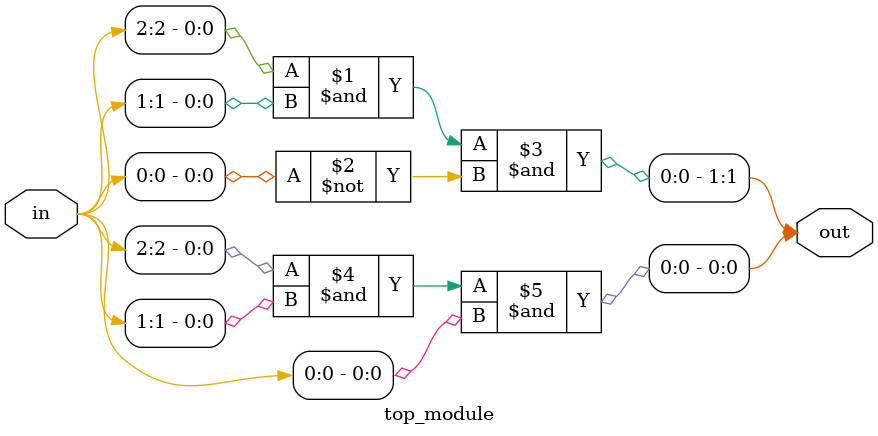
<source format=sv>
module top_module (
	input [2:0] in,
	output [1:0] out
);
	assign out[1] = in[2] & in[1] & (~in[0]); // Perform AND gate operation on the 2nd, 1st and negate of the 0th bit of the input
	assign out[0] = in[2] & in[1] & in[0];    // Perform AND gate operation on the 2nd, 1st and 0th bit of the input
endmodule

</source>
